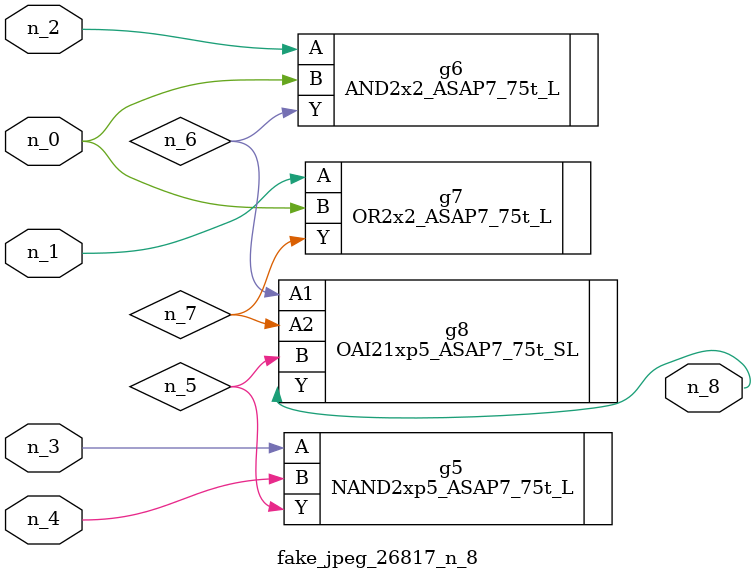
<source format=v>
module fake_jpeg_26817_n_8 (n_3, n_2, n_1, n_0, n_4, n_8);

input n_3;
input n_2;
input n_1;
input n_0;
input n_4;

output n_8;

wire n_6;
wire n_5;
wire n_7;

NAND2xp5_ASAP7_75t_L g5 ( 
.A(n_3),
.B(n_4),
.Y(n_5)
);

AND2x2_ASAP7_75t_L g6 ( 
.A(n_2),
.B(n_0),
.Y(n_6)
);

OR2x2_ASAP7_75t_L g7 ( 
.A(n_1),
.B(n_0),
.Y(n_7)
);

OAI21xp5_ASAP7_75t_SL g8 ( 
.A1(n_6),
.A2(n_7),
.B(n_5),
.Y(n_8)
);


endmodule
</source>
